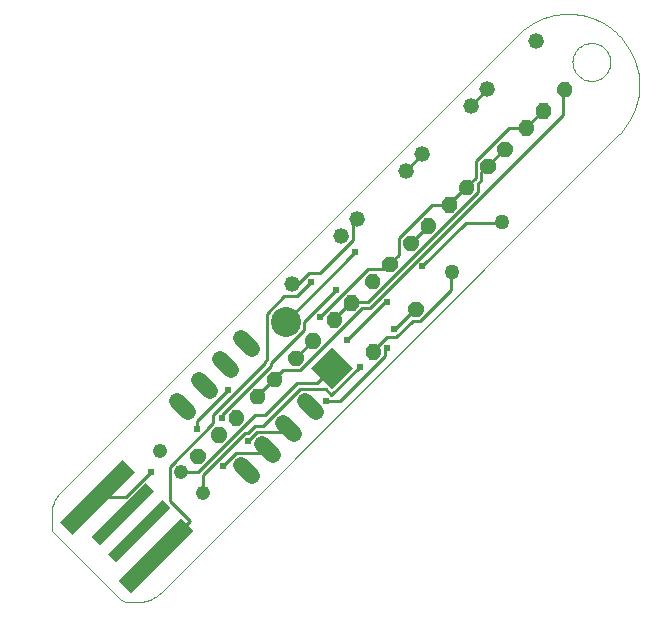
<source format=gtl>
G75*
G70*
%OFA0B0*%
%FSLAX24Y24*%
%IPPOS*%
%LPD*%
%AMOC8*
5,1,8,0,0,1.08239X$1,22.5*
%
%ADD10C,0.0000*%
%ADD11C,0.0520*%
%ADD12C,0.0104*%
%ADD13R,0.1000X0.1000*%
%ADD14C,0.1000*%
%ADD15R,0.2953X0.0591*%
%ADD16R,0.2559X0.0394*%
%ADD17C,0.0500*%
%ADD18C,0.0520*%
%ADD19C,0.0476*%
%ADD20C,0.0100*%
%ADD21C,0.0240*%
D10*
X002885Y000754D02*
X000754Y002885D01*
X000639Y003164D02*
X000639Y003577D01*
X000638Y003164D02*
X000640Y003125D01*
X000646Y003087D01*
X000655Y003050D01*
X000668Y003013D01*
X000685Y002978D01*
X000704Y002945D01*
X000727Y002914D01*
X000753Y002885D01*
X000639Y003577D02*
X000641Y003636D01*
X000646Y003696D01*
X000655Y003754D01*
X000668Y003812D01*
X000684Y003870D01*
X000703Y003926D01*
X000726Y003981D01*
X000752Y004034D01*
X000781Y004086D01*
X000813Y004136D01*
X000848Y004184D01*
X000886Y004230D01*
X000927Y004273D01*
X016190Y019536D01*
X016274Y019616D01*
X016362Y019692D01*
X016454Y019763D01*
X016549Y019830D01*
X016647Y019892D01*
X016748Y019950D01*
X016851Y020002D01*
X016958Y020049D01*
X017066Y020091D01*
X017176Y020127D01*
X017288Y020158D01*
X017401Y020184D01*
X017516Y020203D01*
X017631Y020218D01*
X017747Y020226D01*
X017863Y020229D01*
X017979Y020226D01*
X018095Y020218D01*
X018210Y020203D01*
X018325Y020184D01*
X018438Y020158D01*
X018550Y020127D01*
X018660Y020091D01*
X018768Y020049D01*
X018875Y020002D01*
X018978Y019950D01*
X019079Y019892D01*
X019177Y019830D01*
X019272Y019763D01*
X019364Y019692D01*
X019452Y019616D01*
X019536Y019536D01*
X019616Y019452D01*
X019692Y019364D01*
X019763Y019272D01*
X019830Y019177D01*
X019892Y019079D01*
X019950Y018978D01*
X020002Y018875D01*
X020049Y018768D01*
X020091Y018660D01*
X020127Y018550D01*
X020158Y018438D01*
X020184Y018325D01*
X020203Y018210D01*
X020218Y018095D01*
X020226Y017979D01*
X020229Y017863D01*
X020226Y017747D01*
X020218Y017631D01*
X020203Y017516D01*
X020184Y017401D01*
X020158Y017288D01*
X020127Y017176D01*
X020091Y017066D01*
X020049Y016958D01*
X020002Y016851D01*
X019950Y016748D01*
X019892Y016647D01*
X019830Y016549D01*
X019763Y016454D01*
X019692Y016362D01*
X019616Y016274D01*
X019536Y016190D01*
X004273Y000927D01*
X003577Y000639D02*
X003164Y000639D01*
X003164Y000638D02*
X003125Y000640D01*
X003087Y000646D01*
X003050Y000655D01*
X003013Y000668D01*
X002978Y000685D01*
X002945Y000704D01*
X002914Y000727D01*
X002885Y000753D01*
X003577Y000639D02*
X003636Y000641D01*
X003696Y000646D01*
X003754Y000655D01*
X003812Y000668D01*
X003870Y000684D01*
X003926Y000703D01*
X003981Y000726D01*
X004034Y000752D01*
X004086Y000781D01*
X004136Y000813D01*
X004184Y000848D01*
X004230Y000886D01*
X004273Y000927D01*
X018001Y018631D02*
X018003Y018681D01*
X018009Y018731D01*
X018019Y018780D01*
X018033Y018828D01*
X018050Y018875D01*
X018071Y018920D01*
X018096Y018964D01*
X018124Y019005D01*
X018156Y019044D01*
X018190Y019081D01*
X018227Y019115D01*
X018267Y019145D01*
X018309Y019172D01*
X018353Y019196D01*
X018399Y019217D01*
X018446Y019233D01*
X018494Y019246D01*
X018544Y019255D01*
X018593Y019260D01*
X018644Y019261D01*
X018694Y019258D01*
X018743Y019251D01*
X018792Y019240D01*
X018840Y019225D01*
X018886Y019207D01*
X018931Y019185D01*
X018974Y019159D01*
X019015Y019130D01*
X019054Y019098D01*
X019090Y019063D01*
X019122Y019025D01*
X019152Y018985D01*
X019179Y018942D01*
X019202Y018898D01*
X019221Y018852D01*
X019237Y018804D01*
X019249Y018755D01*
X019257Y018706D01*
X019261Y018656D01*
X019261Y018606D01*
X019257Y018556D01*
X019249Y018507D01*
X019237Y018458D01*
X019221Y018410D01*
X019202Y018364D01*
X019179Y018320D01*
X019152Y018277D01*
X019122Y018237D01*
X019090Y018199D01*
X019054Y018164D01*
X019015Y018132D01*
X018974Y018103D01*
X018931Y018077D01*
X018886Y018055D01*
X018840Y018037D01*
X018792Y018022D01*
X018743Y018011D01*
X018694Y018004D01*
X018644Y018001D01*
X018593Y018002D01*
X018544Y018007D01*
X018494Y018016D01*
X018446Y018029D01*
X018399Y018045D01*
X018353Y018066D01*
X018309Y018090D01*
X018267Y018117D01*
X018227Y018147D01*
X018190Y018181D01*
X018156Y018218D01*
X018124Y018257D01*
X018096Y018298D01*
X018071Y018342D01*
X018050Y018387D01*
X018033Y018434D01*
X018019Y018482D01*
X018009Y018531D01*
X018003Y018581D01*
X018001Y018631D01*
D11*
X007318Y009072D02*
X006951Y009440D01*
X006244Y008733D02*
X006611Y008365D01*
X005904Y007658D02*
X005537Y008026D01*
X004829Y007318D02*
X005197Y006951D01*
X006951Y005197D02*
X007318Y004829D01*
X008026Y005537D02*
X007658Y005904D01*
X008365Y006611D02*
X008733Y006244D01*
X009440Y006951D02*
X009072Y007318D01*
D12*
X007906Y008027D02*
X007854Y007975D01*
X007854Y008147D01*
X007975Y008268D01*
X008147Y008268D01*
X008268Y008147D01*
X008268Y007975D01*
X008147Y007854D01*
X007975Y007854D01*
X007854Y007975D01*
X007932Y008007D01*
X007932Y008115D01*
X008007Y008190D01*
X008115Y008190D01*
X008190Y008115D01*
X008190Y008007D01*
X008115Y007932D01*
X008007Y007932D01*
X007932Y008007D01*
X008010Y008040D01*
X008010Y008082D01*
X008040Y008112D01*
X008082Y008112D01*
X008112Y008082D01*
X008112Y008040D01*
X008082Y008010D01*
X008040Y008010D01*
X008010Y008040D01*
X007333Y007454D02*
X007281Y007402D01*
X007281Y007574D01*
X007402Y007695D01*
X007574Y007695D01*
X007695Y007574D01*
X007695Y007402D01*
X007574Y007281D01*
X007402Y007281D01*
X007281Y007402D01*
X007359Y007434D01*
X007359Y007542D01*
X007434Y007617D01*
X007542Y007617D01*
X007617Y007542D01*
X007617Y007434D01*
X007542Y007359D01*
X007434Y007359D01*
X007359Y007434D01*
X007437Y007467D01*
X007437Y007509D01*
X007467Y007539D01*
X007509Y007539D01*
X007539Y007509D01*
X007539Y007467D01*
X007509Y007437D01*
X007467Y007437D01*
X007437Y007467D01*
X006626Y006747D02*
X006574Y006695D01*
X006574Y006867D01*
X006695Y006988D01*
X006867Y006988D01*
X006988Y006867D01*
X006988Y006695D01*
X006867Y006574D01*
X006695Y006574D01*
X006574Y006695D01*
X006652Y006727D01*
X006652Y006835D01*
X006727Y006910D01*
X006835Y006910D01*
X006910Y006835D01*
X006910Y006727D01*
X006835Y006652D01*
X006727Y006652D01*
X006652Y006727D01*
X006730Y006760D01*
X006730Y006802D01*
X006760Y006832D01*
X006802Y006832D01*
X006832Y006802D01*
X006832Y006760D01*
X006802Y006730D01*
X006760Y006730D01*
X006730Y006760D01*
X006054Y006175D02*
X006002Y006123D01*
X006002Y006295D01*
X006123Y006416D01*
X006295Y006416D01*
X006416Y006295D01*
X006416Y006123D01*
X006295Y006002D01*
X006123Y006002D01*
X006002Y006123D01*
X006080Y006155D01*
X006080Y006263D01*
X006155Y006338D01*
X006263Y006338D01*
X006338Y006263D01*
X006338Y006155D01*
X006263Y006080D01*
X006155Y006080D01*
X006080Y006155D01*
X006158Y006188D01*
X006158Y006230D01*
X006188Y006260D01*
X006230Y006260D01*
X006260Y006230D01*
X006260Y006188D01*
X006230Y006158D01*
X006188Y006158D01*
X006158Y006188D01*
X005347Y005468D02*
X005295Y005416D01*
X005295Y005588D01*
X005416Y005709D01*
X005588Y005709D01*
X005709Y005588D01*
X005709Y005416D01*
X005588Y005295D01*
X005416Y005295D01*
X005295Y005416D01*
X005373Y005448D01*
X005373Y005556D01*
X005448Y005631D01*
X005556Y005631D01*
X005631Y005556D01*
X005631Y005448D01*
X005556Y005373D01*
X005448Y005373D01*
X005373Y005448D01*
X005451Y005481D01*
X005451Y005523D01*
X005481Y005553D01*
X005523Y005553D01*
X005553Y005523D01*
X005553Y005481D01*
X005523Y005451D01*
X005481Y005451D01*
X005451Y005481D01*
X008613Y008734D02*
X008561Y008682D01*
X008561Y008854D01*
X008682Y008975D01*
X008854Y008975D01*
X008975Y008854D01*
X008975Y008682D01*
X008854Y008561D01*
X008682Y008561D01*
X008561Y008682D01*
X008639Y008714D01*
X008639Y008822D01*
X008714Y008897D01*
X008822Y008897D01*
X008897Y008822D01*
X008897Y008714D01*
X008822Y008639D01*
X008714Y008639D01*
X008639Y008714D01*
X008717Y008747D01*
X008717Y008789D01*
X008747Y008819D01*
X008789Y008819D01*
X008819Y008789D01*
X008819Y008747D01*
X008789Y008717D01*
X008747Y008717D01*
X008717Y008747D01*
X009185Y009306D02*
X009133Y009254D01*
X009133Y009426D01*
X009254Y009547D01*
X009426Y009547D01*
X009547Y009426D01*
X009547Y009254D01*
X009426Y009133D01*
X009254Y009133D01*
X009133Y009254D01*
X009211Y009286D01*
X009211Y009394D01*
X009286Y009469D01*
X009394Y009469D01*
X009469Y009394D01*
X009469Y009286D01*
X009394Y009211D01*
X009286Y009211D01*
X009211Y009286D01*
X009289Y009319D01*
X009289Y009361D01*
X009319Y009391D01*
X009361Y009391D01*
X009391Y009361D01*
X009391Y009319D01*
X009361Y009289D01*
X009319Y009289D01*
X009289Y009319D01*
X009892Y010013D02*
X009840Y009961D01*
X009840Y010133D01*
X009961Y010254D01*
X010133Y010254D01*
X010254Y010133D01*
X010254Y009961D01*
X010133Y009840D01*
X009961Y009840D01*
X009840Y009961D01*
X009918Y009993D01*
X009918Y010101D01*
X009993Y010176D01*
X010101Y010176D01*
X010176Y010101D01*
X010176Y009993D01*
X010101Y009918D01*
X009993Y009918D01*
X009918Y009993D01*
X009996Y010026D01*
X009996Y010068D01*
X010026Y010098D01*
X010068Y010098D01*
X010098Y010068D01*
X010098Y010026D01*
X010068Y009996D01*
X010026Y009996D01*
X009996Y010026D01*
X010465Y010586D02*
X010413Y010534D01*
X010413Y010706D01*
X010534Y010827D01*
X010706Y010827D01*
X010827Y010706D01*
X010827Y010534D01*
X010706Y010413D01*
X010534Y010413D01*
X010413Y010534D01*
X010491Y010566D01*
X010491Y010674D01*
X010566Y010749D01*
X010674Y010749D01*
X010749Y010674D01*
X010749Y010566D01*
X010674Y010491D01*
X010566Y010491D01*
X010491Y010566D01*
X010569Y010599D01*
X010569Y010641D01*
X010599Y010671D01*
X010641Y010671D01*
X010671Y010641D01*
X010671Y010599D01*
X010641Y010569D01*
X010599Y010569D01*
X010569Y010599D01*
X011172Y011293D02*
X011120Y011241D01*
X011120Y011413D01*
X011241Y011534D01*
X011413Y011534D01*
X011534Y011413D01*
X011534Y011241D01*
X011413Y011120D01*
X011241Y011120D01*
X011120Y011241D01*
X011198Y011273D01*
X011198Y011381D01*
X011273Y011456D01*
X011381Y011456D01*
X011456Y011381D01*
X011456Y011273D01*
X011381Y011198D01*
X011273Y011198D01*
X011198Y011273D01*
X011276Y011306D01*
X011276Y011348D01*
X011306Y011378D01*
X011348Y011378D01*
X011378Y011348D01*
X011378Y011306D01*
X011348Y011276D01*
X011306Y011276D01*
X011276Y011306D01*
X011744Y011865D02*
X011692Y011813D01*
X011692Y011985D01*
X011813Y012106D01*
X011985Y012106D01*
X012106Y011985D01*
X012106Y011813D01*
X011985Y011692D01*
X011813Y011692D01*
X011692Y011813D01*
X011770Y011845D01*
X011770Y011953D01*
X011845Y012028D01*
X011953Y012028D01*
X012028Y011953D01*
X012028Y011845D01*
X011953Y011770D01*
X011845Y011770D01*
X011770Y011845D01*
X011848Y011878D01*
X011848Y011920D01*
X011878Y011950D01*
X011920Y011950D01*
X011950Y011920D01*
X011950Y011878D01*
X011920Y011848D01*
X011878Y011848D01*
X011848Y011878D01*
X012451Y012572D02*
X012399Y012520D01*
X012399Y012692D01*
X012520Y012813D01*
X012692Y012813D01*
X012813Y012692D01*
X012813Y012520D01*
X012692Y012399D01*
X012520Y012399D01*
X012399Y012520D01*
X012477Y012552D01*
X012477Y012660D01*
X012552Y012735D01*
X012660Y012735D01*
X012735Y012660D01*
X012735Y012552D01*
X012660Y012477D01*
X012552Y012477D01*
X012477Y012552D01*
X012555Y012585D01*
X012555Y012627D01*
X012585Y012657D01*
X012627Y012657D01*
X012657Y012627D01*
X012657Y012585D01*
X012627Y012555D01*
X012585Y012555D01*
X012555Y012585D01*
X013024Y013145D02*
X012972Y013093D01*
X012972Y013265D01*
X013093Y013386D01*
X013265Y013386D01*
X013386Y013265D01*
X013386Y013093D01*
X013265Y012972D01*
X013093Y012972D01*
X012972Y013093D01*
X013050Y013125D01*
X013050Y013233D01*
X013125Y013308D01*
X013233Y013308D01*
X013308Y013233D01*
X013308Y013125D01*
X013233Y013050D01*
X013125Y013050D01*
X013050Y013125D01*
X013128Y013158D01*
X013128Y013200D01*
X013158Y013230D01*
X013200Y013230D01*
X013230Y013200D01*
X013230Y013158D01*
X013200Y013128D01*
X013158Y013128D01*
X013128Y013158D01*
X013731Y013852D02*
X013679Y013800D01*
X013679Y013972D01*
X013800Y014093D01*
X013972Y014093D01*
X014093Y013972D01*
X014093Y013800D01*
X013972Y013679D01*
X013800Y013679D01*
X013679Y013800D01*
X013757Y013832D01*
X013757Y013940D01*
X013832Y014015D01*
X013940Y014015D01*
X014015Y013940D01*
X014015Y013832D01*
X013940Y013757D01*
X013832Y013757D01*
X013757Y013832D01*
X013835Y013865D01*
X013835Y013907D01*
X013865Y013937D01*
X013907Y013937D01*
X013937Y013907D01*
X013937Y013865D01*
X013907Y013835D01*
X013865Y013835D01*
X013835Y013865D01*
X014303Y014424D02*
X014251Y014372D01*
X014251Y014544D01*
X014372Y014665D01*
X014544Y014665D01*
X014665Y014544D01*
X014665Y014372D01*
X014544Y014251D01*
X014372Y014251D01*
X014251Y014372D01*
X014329Y014404D01*
X014329Y014512D01*
X014404Y014587D01*
X014512Y014587D01*
X014587Y014512D01*
X014587Y014404D01*
X014512Y014329D01*
X014404Y014329D01*
X014329Y014404D01*
X014407Y014437D01*
X014407Y014479D01*
X014437Y014509D01*
X014479Y014509D01*
X014509Y014479D01*
X014509Y014437D01*
X014479Y014407D01*
X014437Y014407D01*
X014407Y014437D01*
X015010Y015131D02*
X014958Y015079D01*
X014958Y015251D01*
X015079Y015372D01*
X015251Y015372D01*
X015372Y015251D01*
X015372Y015079D01*
X015251Y014958D01*
X015079Y014958D01*
X014958Y015079D01*
X015036Y015111D01*
X015036Y015219D01*
X015111Y015294D01*
X015219Y015294D01*
X015294Y015219D01*
X015294Y015111D01*
X015219Y015036D01*
X015111Y015036D01*
X015036Y015111D01*
X015114Y015144D01*
X015114Y015186D01*
X015144Y015216D01*
X015186Y015216D01*
X015216Y015186D01*
X015216Y015144D01*
X015186Y015114D01*
X015144Y015114D01*
X015114Y015144D01*
X015583Y015704D02*
X015531Y015652D01*
X015531Y015824D01*
X015652Y015945D01*
X015824Y015945D01*
X015945Y015824D01*
X015945Y015652D01*
X015824Y015531D01*
X015652Y015531D01*
X015531Y015652D01*
X015609Y015684D01*
X015609Y015792D01*
X015684Y015867D01*
X015792Y015867D01*
X015867Y015792D01*
X015867Y015684D01*
X015792Y015609D01*
X015684Y015609D01*
X015609Y015684D01*
X015687Y015717D01*
X015687Y015759D01*
X015717Y015789D01*
X015759Y015789D01*
X015789Y015759D01*
X015789Y015717D01*
X015759Y015687D01*
X015717Y015687D01*
X015687Y015717D01*
X016290Y016411D02*
X016238Y016359D01*
X016238Y016531D01*
X016359Y016652D01*
X016531Y016652D01*
X016652Y016531D01*
X016652Y016359D01*
X016531Y016238D01*
X016359Y016238D01*
X016238Y016359D01*
X016316Y016391D01*
X016316Y016499D01*
X016391Y016574D01*
X016499Y016574D01*
X016574Y016499D01*
X016574Y016391D01*
X016499Y016316D01*
X016391Y016316D01*
X016316Y016391D01*
X016394Y016424D01*
X016394Y016466D01*
X016424Y016496D01*
X016466Y016496D01*
X016496Y016466D01*
X016496Y016424D01*
X016466Y016394D01*
X016424Y016394D01*
X016394Y016424D01*
X016862Y016983D02*
X016810Y016931D01*
X016810Y017103D01*
X016931Y017224D01*
X017103Y017224D01*
X017224Y017103D01*
X017224Y016931D01*
X017103Y016810D01*
X016931Y016810D01*
X016810Y016931D01*
X016888Y016963D01*
X016888Y017071D01*
X016963Y017146D01*
X017071Y017146D01*
X017146Y017071D01*
X017146Y016963D01*
X017071Y016888D01*
X016963Y016888D01*
X016888Y016963D01*
X016966Y016996D01*
X016966Y017038D01*
X016996Y017068D01*
X017038Y017068D01*
X017068Y017038D01*
X017068Y016996D01*
X017038Y016966D01*
X016996Y016966D01*
X016966Y016996D01*
X017569Y017690D02*
X017517Y017638D01*
X017517Y017810D01*
X017638Y017931D01*
X017810Y017931D01*
X017931Y017810D01*
X017931Y017638D01*
X017810Y017517D01*
X017638Y017517D01*
X017517Y017638D01*
X017595Y017670D01*
X017595Y017778D01*
X017670Y017853D01*
X017778Y017853D01*
X017853Y017778D01*
X017853Y017670D01*
X017778Y017595D01*
X017670Y017595D01*
X017595Y017670D01*
X017673Y017703D01*
X017673Y017745D01*
X017703Y017775D01*
X017745Y017775D01*
X017775Y017745D01*
X017775Y017703D01*
X017745Y017673D01*
X017703Y017673D01*
X017673Y017703D01*
X012918Y010435D02*
X012970Y010487D01*
X012970Y010315D01*
X012849Y010194D01*
X012677Y010194D01*
X012556Y010315D01*
X012556Y010487D01*
X012677Y010608D01*
X012849Y010608D01*
X012970Y010487D01*
X012892Y010455D01*
X012892Y010347D01*
X012817Y010272D01*
X012709Y010272D01*
X012634Y010347D01*
X012634Y010455D01*
X012709Y010530D01*
X012817Y010530D01*
X012892Y010455D01*
X012814Y010422D01*
X012814Y010380D01*
X012784Y010350D01*
X012742Y010350D01*
X012712Y010380D01*
X012712Y010422D01*
X012742Y010452D01*
X012784Y010452D01*
X012814Y010422D01*
X011504Y009021D02*
X011556Y009073D01*
X011556Y008901D01*
X011435Y008780D01*
X011263Y008780D01*
X011142Y008901D01*
X011142Y009073D01*
X011263Y009194D01*
X011435Y009194D01*
X011556Y009073D01*
X011478Y009041D01*
X011478Y008933D01*
X011403Y008858D01*
X011295Y008858D01*
X011220Y008933D01*
X011220Y009041D01*
X011295Y009116D01*
X011403Y009116D01*
X011478Y009041D01*
X011400Y009008D01*
X011400Y008966D01*
X011370Y008936D01*
X011328Y008936D01*
X011298Y008966D01*
X011298Y009008D01*
X011328Y009038D01*
X011370Y009038D01*
X011400Y009008D01*
D13*
G36*
X009981Y009139D02*
X010688Y008432D01*
X009981Y007725D01*
X009274Y008432D01*
X009981Y009139D01*
G37*
D14*
X008438Y009975D03*
D15*
G36*
X003420Y004951D02*
X001333Y002864D01*
X000916Y003281D01*
X003003Y005368D01*
X003420Y004951D01*
G37*
G36*
X005368Y003003D02*
X003281Y000916D01*
X002864Y001333D01*
X004951Y003420D01*
X005368Y003003D01*
G37*
D16*
G36*
X004603Y003768D02*
X002795Y001960D01*
X002517Y002238D01*
X004325Y004046D01*
X004603Y003768D01*
G37*
G36*
X004046Y004325D02*
X002238Y002517D01*
X001960Y002795D01*
X003768Y004603D01*
X004046Y004325D01*
G37*
D17*
X013977Y011614D03*
X015647Y013285D03*
D18*
X012992Y015551D03*
X012444Y015004D03*
X010827Y013386D03*
X010279Y012838D03*
X008662Y011221D03*
X014610Y017169D03*
X015158Y017717D03*
X016775Y019334D03*
D19*
X004262Y005676D03*
X004969Y004969D03*
X005676Y004262D03*
D20*
X005678Y004300D01*
X005678Y004851D01*
X007095Y006268D01*
X007174Y006268D01*
X007410Y006505D01*
X007686Y006505D01*
X008906Y007725D01*
X009772Y007725D01*
X009969Y007528D01*
X010914Y008473D01*
X011349Y008987D02*
X011820Y009457D01*
X012135Y009457D01*
X012686Y010009D01*
X012922Y010009D01*
X013946Y011032D01*
X013946Y011583D01*
X013977Y011614D01*
X013001Y011820D02*
X014457Y013276D01*
X015639Y013276D01*
X015647Y013285D01*
X014851Y014300D02*
X014851Y014576D01*
X014969Y014694D01*
X014969Y014969D01*
X015165Y015165D01*
X015738Y015738D01*
X015875Y016426D02*
X014772Y015324D01*
X014772Y014772D01*
X014458Y014458D01*
X013886Y013886D01*
X013867Y013867D01*
X013316Y013867D01*
X012213Y012765D01*
X012213Y012213D01*
X011899Y011899D01*
X011741Y011741D01*
X011190Y011741D01*
X009576Y010127D01*
X010047Y010047D02*
X010620Y010620D01*
X010639Y010639D01*
X011190Y010639D01*
X014851Y014300D01*
X013179Y013179D02*
X012606Y012606D01*
X010827Y013386D02*
X010678Y013237D01*
X010678Y012686D01*
X009576Y011583D01*
X009221Y011583D01*
X008867Y011229D01*
X008670Y011229D01*
X008662Y011221D01*
X008828Y010835D02*
X008394Y010835D01*
X007804Y010245D01*
X007804Y008709D01*
X007765Y008670D01*
X007765Y008591D01*
X006032Y006859D01*
X006032Y006583D01*
X004576Y005127D01*
X004576Y003985D01*
X005245Y003316D01*
X004103Y002174D01*
X004116Y002168D01*
X003119Y004143D02*
X002174Y004143D01*
X002168Y004116D01*
X003119Y004143D02*
X003946Y004969D01*
X004969Y004969D02*
X005520Y004969D01*
X007410Y006859D01*
X007765Y006859D01*
X008828Y007922D01*
X009497Y007922D01*
X009969Y008394D01*
X009981Y008432D01*
X009340Y009340D02*
X008768Y008768D01*
X008906Y008355D02*
X008355Y008355D01*
X008061Y008061D01*
X007488Y007488D01*
X006505Y007686D02*
X005481Y006662D01*
X005481Y006387D01*
X006308Y006780D02*
X006308Y006859D01*
X007961Y008513D01*
X007961Y008591D01*
X009064Y009694D01*
X009064Y009969D01*
X010127Y011032D01*
X009300Y011308D02*
X008828Y010835D01*
X008473Y010009D02*
X008438Y009975D01*
X008473Y010009D02*
X010757Y012292D01*
X011741Y010639D02*
X010481Y009379D01*
X010993Y010442D02*
X008906Y008355D01*
X009772Y007331D02*
X010245Y007331D01*
X011741Y008828D01*
X011741Y009024D01*
X011820Y009103D01*
X012056Y009733D02*
X012095Y009733D01*
X012763Y010401D01*
X011820Y010639D02*
X011741Y010639D01*
X011268Y010442D02*
X010993Y010442D01*
X011268Y010442D02*
X017686Y016859D01*
X017686Y017686D01*
X017724Y017724D01*
X017017Y017017D02*
X016445Y016445D01*
X016426Y016426D01*
X015875Y016426D01*
X014610Y017169D02*
X015158Y017717D01*
X012992Y015551D02*
X012444Y015004D01*
X008549Y006428D02*
X008513Y006426D01*
X008394Y006308D01*
X007489Y006308D01*
X007174Y005993D01*
X006780Y005599D02*
X007686Y005599D01*
X007804Y005717D01*
X007842Y005720D01*
X006780Y005599D02*
X006347Y005166D01*
D21*
X006347Y005166D03*
X007174Y005993D03*
X006308Y006780D03*
X006505Y007686D03*
X005481Y006387D03*
X003946Y004969D03*
X009576Y010127D03*
X010481Y009379D03*
X010914Y008473D03*
X011820Y009103D03*
X012056Y009733D03*
X011820Y010639D03*
X013001Y011820D03*
X010757Y012292D03*
X010127Y011032D03*
X009300Y011308D03*
X009772Y007331D03*
M02*

</source>
